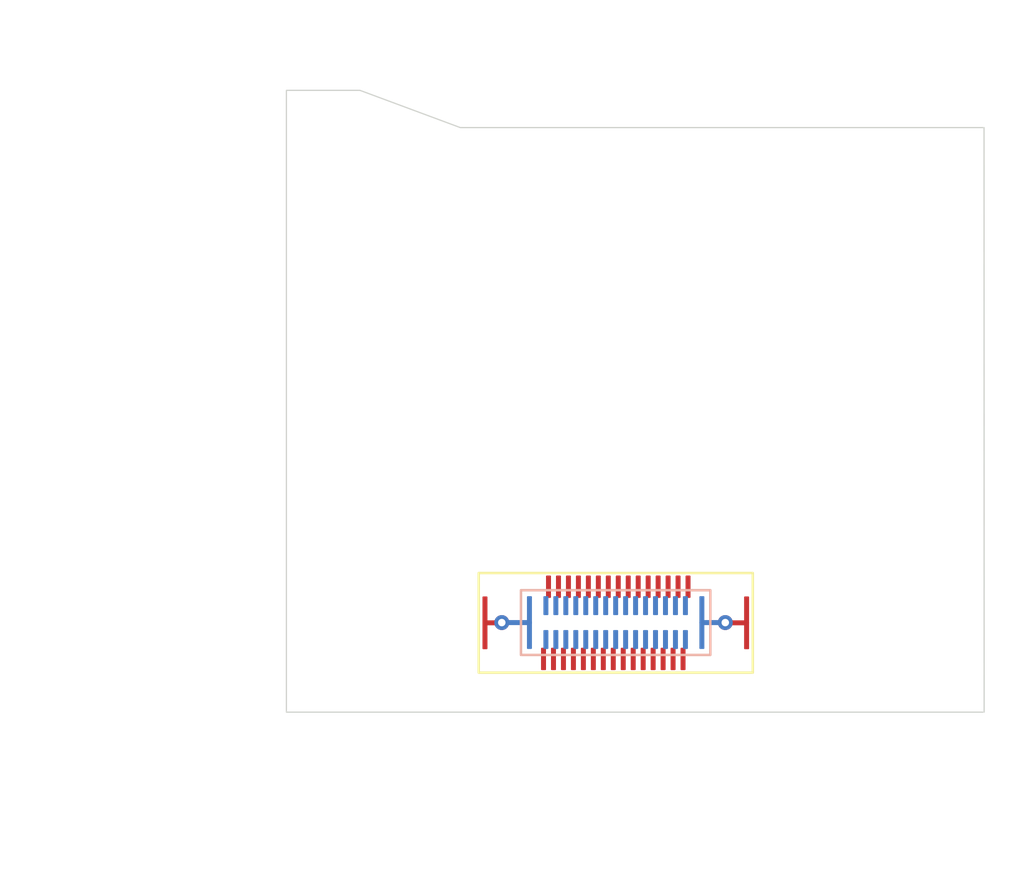
<source format=kicad_pcb>
(kicad_pcb (version 20241229) (generator "pcbnew") (generator_version "9.0")
  (layers (0 "F.Cu" signal) (4 "In1.Cu" signal) (6 "In2.Cu" signal) (2 "B.Cu" signal) (13 "F.Paste" user) (15 "B.Paste" user) (5 "F.SilkS" user "F.Silkscreen") (7 "B.SilkS" user "B.Silkscreen") (1 "F.Mask" user) (3 "B.Mask" user) (25 "Edge.Cuts" user))
  (net 0 "")
  (net 61 "GND")
  (net 62 "VIN")
  (footprint "MolexFSB:FSB5 Series 0.40 mm Pitch Floating SlimStack Board-to-Board Plugs" (layer "F.Cu") (at 141.58 116.304999)
    (property "Reference" "J2" (hide yes))
    (property "Value" "Conn_02x16_Top_Bottom" (hide yes))
    (fp_rect (start -5.5 -2) (end 5.5 2) (stroke (width 0.1)) (fill no) (layer "F.SilkS"))
    (pad "1" smd roundrect (at -2.9 1.45) (size 0.2 0.899998) (layers "F.Cu" "F.Mask" "F.Paste") (roundrect_rratio 0.15))
    (pad "2" smd roundrect (at -2.5 1.45) (size 0.2 0.899998) (layers "F.Cu" "F.Mask" "F.Paste") (roundrect_rratio 0.15))
    (pad "3" smd roundrect (at -2.1 1.45) (size 0.2 0.899998) (layers "F.Cu" "F.Mask" "F.Paste") (roundrect_rratio 0.15))
    (pad "4" smd roundrect (at -1.7 1.45) (size 0.2 0.899998) (layers "F.Cu" "F.Mask" "F.Paste") (roundrect_rratio 0.15))
    (pad "5" smd roundrect (at -1.3 1.45) (size 0.2 0.899998) (layers "F.Cu" "F.Mask" "F.Paste") (roundrect_rratio 0.15))
    (pad "6" smd roundrect (at -0.9 1.45) (size 0.2 0.899998) (layers "F.Cu" "F.Mask" "F.Paste") (roundrect_rratio 0.15))
    (pad "7" smd roundrect (at -0.5 1.45) (size 0.2 0.899998) (layers "F.Cu" "F.Mask" "F.Paste") (roundrect_rratio 0.15))
    (pad "8" smd roundrect (at -0.1 1.45) (size 0.2 0.899998) (layers "F.Cu" "F.Mask" "F.Paste") (roundrect_rratio 0.15))
    (pad "9" smd roundrect (at 0.3 1.45) (size 0.2 0.899998) (layers "F.Cu" "F.Mask" "F.Paste") (roundrect_rratio 0.15))
    (pad "10" smd roundrect (at 0.7 1.45) (size 0.2 0.899998) (layers "F.Cu" "F.Mask" "F.Paste") (roundrect_rratio 0.15))
    (pad "11" smd roundrect (at 1.1 1.45) (size 0.2 0.899998) (layers "F.Cu" "F.Mask" "F.Paste") (roundrect_rratio 0.15))
    (pad "12" smd roundrect (at 1.5 1.45) (size 0.2 0.899998) (layers "F.Cu" "F.Mask" "F.Paste") (roundrect_rratio 0.15))
    (pad "13" smd roundrect (at 1.9 1.45) (size 0.2 0.899998) (layers "F.Cu" "F.Mask" "F.Paste") (roundrect_rratio 0.15))
    (pad "14" smd roundrect (at 2.3 1.45) (size 0.2 0.899998) (layers "F.Cu" "F.Mask" "F.Paste") (roundrect_rratio 0.15))
    (pad "15" smd roundrect (at 2.7 1.45) (size 0.2 0.899998) (layers "F.Cu" "F.Mask" "F.Paste") (roundrect_rratio 0.15))
    (pad "16" smd roundrect (at -2.7 -1.45) (size 0.2 0.899998) (layers "F.Cu" "F.Mask" "F.Paste") (roundrect_rratio 0.15))
    (pad "17" smd roundrect (at -2.3 -1.45) (size 0.2 0.899998) (layers "F.Cu" "F.Mask" "F.Paste") (roundrect_rratio 0.15))
    (pad "18" smd roundrect (at -1.9 -1.45) (size 0.2 0.899998) (layers "F.Cu" "F.Mask" "F.Paste") (roundrect_rratio 0.15))
    (pad "19" smd roundrect (at -1.5 -1.45) (size 0.2 0.899998) (layers "F.Cu" "F.Mask" "F.Paste") (roundrect_rratio 0.15))
    (pad "20" smd roundrect (at -1.1 -1.45) (size 0.2 0.899998) (layers "F.Cu" "F.Mask" "F.Paste") (roundrect_rratio 0.15))
    (pad "21" smd roundrect (at -0.7 -1.45) (size 0.2 0.899998) (layers "F.Cu" "F.Mask" "F.Paste") (roundrect_rratio 0.15))
    (pad "22" smd roundrect (at -0.3 -1.45) (size 0.2 0.899998) (layers "F.Cu" "F.Mask" "F.Paste") (roundrect_rratio 0.15))
    (pad "23" smd roundrect (at 0.1 -1.45) (size 0.2 0.899998) (layers "F.Cu" "F.Mask" "F.Paste") (roundrect_rratio 0.15))
    (pad "24" smd roundrect (at 0.5 -1.45) (size 0.2 0.899998) (layers "F.Cu" "F.Mask" "F.Paste") (roundrect_rratio 0.15))
    (pad "25" smd roundrect (at 0.9 -1.45) (size 0.2 0.899998) (layers "F.Cu" "F.Mask" "F.Paste") (roundrect_rratio 0.15))
    (pad "26" smd roundrect (at 1.3 -1.45) (size 0.2 0.899998) (layers "F.Cu" "F.Mask" "F.Paste") (roundrect_rratio 0.15))
    (pad "27" smd roundrect (at 1.7 -1.45) (size 0.2 0.899998) (layers "F.Cu" "F.Mask" "F.Paste") (roundrect_rratio 0.15))
    (pad "28" smd roundrect (at 2.1 -1.45) (size 0.2 0.899998) (layers "F.Cu" "F.Mask" "F.Paste") (roundrect_rratio 0.15))
    (pad "29" smd roundrect (at 2.5 -1.45) (size 0.2 0.899998) (layers "F.Cu" "F.Mask" "F.Paste") (roundrect_rratio 0.15))
    (pad "30" smd roundrect (at 2.9 -1.45) (size 0.2 0.899998) (layers "F.Cu" "F.Mask" "F.Paste") (roundrect_rratio 0.15))
    (pad "31" smd roundrect (at -5.25 0) (size 0.2 2.119998) (layers "F.Cu" "F.Mask" "F.Paste") (roundrect_rratio 0.15) (net 62 "VIN"))
    (pad "32" smd roundrect (at 5.25 0) (size 0.2 2.119998) (layers "F.Cu" "F.Mask" "F.Paste") (roundrect_rratio 0.15) (net 61 "GND"))
  )
  (footprint "MolexFSB:FSB5 Series 0.40 mm Pitch Floating SlimStack Board-to-Board Receptacles" (layer "B.Cu") (at 141.575 116.295)
    (property "Reference" "J1" (hide yes))
    (property "Value" "Conn_02x16_Top_Bottom" (hide yes))
    (fp_poly (pts (xy -3.8 1.3) (xy 3.8 1.3) (xy 3.8 -1.3) (xy -3.8 -1.3)) (stroke (width 0.1)) (fill no) (layer "B.SilkS"))
    (pad "1" smd roundrect (at -2.8 -0.680001) (size 0.2 0.76115) (layers "B.Cu" "B.Mask" "B.Paste") (roundrect_rratio 0.15))
    (pad "2" smd roundrect (at -2.4 -0.68) (size 0.2 0.76115) (layers "B.Cu" "B.Mask" "B.Paste") (roundrect_rratio 0.15))
    (pad "3" smd roundrect (at -2 -0.68) (size 0.2 0.76115) (layers "B.Cu" "B.Mask" "B.Paste") (roundrect_rratio 0.15))
    (pad "4" smd roundrect (at -1.6 -0.68) (size 0.2 0.76115) (layers "B.Cu" "B.Mask" "B.Paste") (roundrect_rratio 0.15))
    (pad "5" smd roundrect (at -1.200001 -0.68) (size 0.2 0.76115) (layers "B.Cu" "B.Mask" "B.Paste") (roundrect_rratio 0.15))
    (pad "6" smd roundrect (at -0.8 -0.68) (size 0.2 0.76115) (layers "B.Cu" "B.Mask" "B.Paste") (roundrect_rratio 0.15))
    (pad "7" smd roundrect (at -0.4 -0.68) (size 0.2 0.76115) (layers "B.Cu" "B.Mask" "B.Paste") (roundrect_rratio 0.15))
    (pad "8" smd roundrect (at 0 -0.680001) (size 0.2 0.76115) (layers "B.Cu" "B.Mask" "B.Paste") (roundrect_rratio 0.15))
    (pad "9" smd roundrect (at 0.4 -0.68) (size 0.2 0.76115) (layers "B.Cu" "B.Mask" "B.Paste") (roundrect_rratio 0.15))
    (pad "10" smd roundrect (at 0.8 -0.68) (size 0.2 0.76115) (layers "B.Cu" "B.Mask" "B.Paste") (roundrect_rratio 0.15))
    (pad "11" smd roundrect (at 1.200001 -0.68) (size 0.2 0.76115) (layers "B.Cu" "B.Mask" "B.Paste") (roundrect_rratio 0.15))
    (pad "12" smd roundrect (at 1.6 -0.68) (size 0.2 0.76115) (layers "B.Cu" "B.Mask" "B.Paste") (roundrect_rratio 0.15))
    (pad "13" smd roundrect (at 2 -0.68) (size 0.2 0.76115) (layers "B.Cu" "B.Mask" "B.Paste") (roundrect_rratio 0.15))
    (pad "14" smd roundrect (at 2.4 -0.68) (size 0.2 0.76115) (layers "B.Cu" "B.Mask" "B.Paste") (roundrect_rratio 0.15))
    (pad "15" smd roundrect (at 2.8 -0.680001) (size 0.2 0.76115) (layers "B.Cu" "B.Mask" "B.Paste") (roundrect_rratio 0.15))
    (pad "16" smd roundrect (at -2.8 0.680001) (size 0.2 0.76115) (layers "B.Cu" "B.Mask" "B.Paste") (roundrect_rratio 0.15))
    (pad "17" smd roundrect (at -2.4 0.68) (size 0.2 0.76115) (layers "B.Cu" "B.Mask" "B.Paste") (roundrect_rratio 0.15))
    (pad "18" smd roundrect (at -2 0.68) (size 0.2 0.76115) (layers "B.Cu" "B.Mask" "B.Paste") (roundrect_rratio 0.15))
    (pad "19" smd roundrect (at -1.6 0.68) (size 0.2 0.76115) (layers "B.Cu" "B.Mask" "B.Paste") (roundrect_rratio 0.15))
    (pad "20" smd roundrect (at -1.200001 0.68) (size 0.2 0.76115) (layers "B.Cu" "B.Mask" "B.Paste") (roundrect_rratio 0.15))
    (pad "21" smd roundrect (at -0.8 0.68) (size 0.2 0.76115) (layers "B.Cu" "B.Mask" "B.Paste") (roundrect_rratio 0.15))
    (pad "22" smd roundrect (at -0.4 0.68) (size 0.2 0.76115) (layers "B.Cu" "B.Mask" "B.Paste") (roundrect_rratio 0.15))
    (pad "23" smd roundrect (at 0 0.680001) (size 0.2 0.76115) (layers "B.Cu" "B.Mask" "B.Paste") (roundrect_rratio 0.15))
    (pad "24" smd roundrect (at 0.4 0.68) (size 0.2 0.76115) (layers "B.Cu" "B.Mask" "B.Paste") (roundrect_rratio 0.15))
    (pad "25" smd roundrect (at 0.8 0.68) (size 0.2 0.76115) (layers "B.Cu" "B.Mask" "B.Paste") (roundrect_rratio 0.15))
    (pad "26" smd roundrect (at 1.200001 0.68) (size 0.2 0.76115) (layers "B.Cu" "B.Mask" "B.Paste") (roundrect_rratio 0.15))
    (pad "27" smd roundrect (at 1.6 0.68) (size 0.2 0.76115) (layers "B.Cu" "B.Mask" "B.Paste") (roundrect_rratio 0.15))
    (pad "28" smd roundrect (at 2 0.68) (size 0.2 0.76115) (layers "B.Cu" "B.Mask" "B.Paste") (roundrect_rratio 0.15))
    (pad "29" smd roundrect (at 2.4 0.68) (size 0.2 0.76115) (layers "B.Cu" "B.Mask" "B.Paste") (roundrect_rratio 0.15))
    (pad "30" smd roundrect (at 2.8 0.680001) (size 0.2 0.76115) (layers "B.Cu" "B.Mask" "B.Paste") (roundrect_rratio 0.15))
    (pad "31" smd roundrect (at -3.459999 0) (size 0.2 2.119998) (layers "B.Cu" "B.Mask" "B.Paste") (roundrect_rratio 0.15) (net 62 "VIN"))
    (pad "32" smd roundrect (at 3.46 -0.000001) (size 0.2 2.119998) (layers "B.Cu" "B.Mask" "B.Paste") (roundrect_rratio 0.15) (net 61 "GND"))
  )
  (gr_poly (pts (xy 156.363412 119.891415) (xy 128.361475 119.891415) (xy 128.361475 94.922415) (xy 131.312946 94.922415) (xy 135.334675 96.416415) (xy 156.359675 96.416415)) (stroke (width 0.05)) (fill no) (layer "Edge.Cuts"))
  (segment (start 145.985001 116.304999) (end 145.975001 116.294999) (width 0.2) (layer "F.Cu") (net 61))
  (segment (start 146.83 116.304999) (end 145.985001 116.304999) (width 0.2) (layer "F.Cu") (net 61))
  (via (at 145.975001 116.294999) (size 0.6) (drill 0.3) (layers "F.Cu" "B.Cu") (net 61))
  (segment (start 145.035 116.294999) (end 145.975001 116.294999) (width 0.2) (layer "B.Cu") (net 61))
  (segment (start 136.995001 116.304999) (end 137.005 116.295) (width 0.2) (layer "F.Cu") (net 62))
  (segment (start 136.33 116.304999) (end 136.995001 116.304999) (width 0.2) (layer "F.Cu") (net 62))
  (via (at 137.005 116.295) (size 0.6) (drill 0.3) (layers "F.Cu" "B.Cu") (net 62))
  (segment (start 138.115001 116.295) (end 137.005 116.295) (width 0.2) (layer "B.Cu") (net 62))
)
</source>
